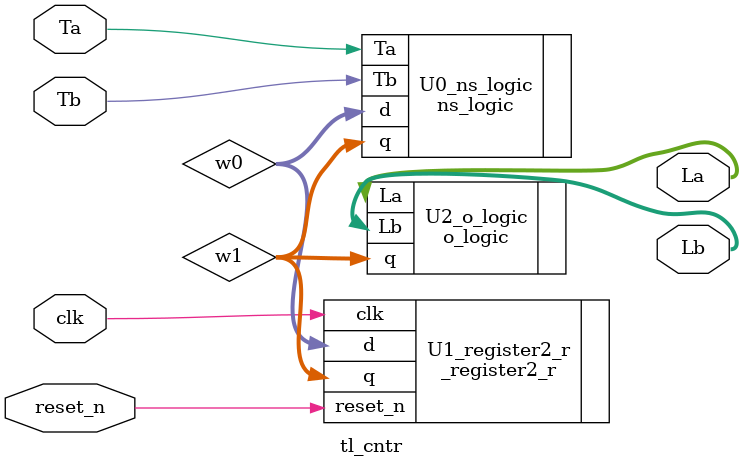
<source format=v>
module tl_cntr(clk,reset_n,Ta,Tb,La,Lb);	// traffic light controller
input Ta,Tb,clk,reset_n; // input Ta, Tb, clock, reset
output [1:0] La,Lb; // output La0, La1, Lb0, Lb1
	
wire [1:0] w0, w1;
	
ns_logic U0_ns_logic(.d(w0), .q(w1), .Ta(Ta), .Tb(Tb)); // instance ns_logic
_register2_r U1_register2_r(.clk(clk), .d(w0), .q(w1), .reset_n(reset_n));	// instance register 
o_logic U2_o_logic(.q(w1), .La(La), .Lb(Lb)); // instance o_logic

endmodule

</source>
